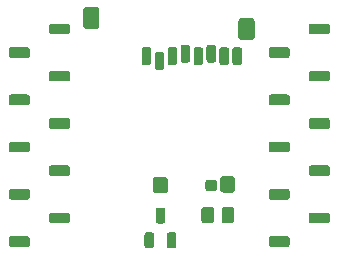
<source format=gtp>
G04 #@! TF.GenerationSoftware,KiCad,Pcbnew,(5.1.5-0-10_14)*
G04 #@! TF.CreationDate,2020-04-11T19:26:15-04:00*
G04 #@! TF.ProjectId,crazyflie-usd-spi3,6372617a-7966-46c6-9965-2d7573642d73,rev?*
G04 #@! TF.SameCoordinates,Original*
G04 #@! TF.FileFunction,Paste,Top*
G04 #@! TF.FilePolarity,Positive*
%FSLAX46Y46*%
G04 Gerber Fmt 4.6, Leading zero omitted, Abs format (unit mm)*
G04 Created by KiCad (PCBNEW (5.1.5-0-10_14)) date 2020-04-11 19:26:15*
%MOMM*%
%LPD*%
G04 APERTURE LIST*
%ADD10C,0.100000*%
G04 APERTURE END LIST*
D10*
G36*
X140897054Y-74551083D02*
G01*
X140918895Y-74554323D01*
X140940314Y-74559688D01*
X140961104Y-74567127D01*
X140981064Y-74576568D01*
X141000003Y-74587919D01*
X141017738Y-74601073D01*
X141034099Y-74615901D01*
X141048927Y-74632262D01*
X141062081Y-74649997D01*
X141073432Y-74668936D01*
X141082873Y-74688896D01*
X141090312Y-74709686D01*
X141095677Y-74731105D01*
X141098917Y-74752946D01*
X141100000Y-74775000D01*
X141100000Y-75225000D01*
X141098917Y-75247054D01*
X141095677Y-75268895D01*
X141090312Y-75290314D01*
X141082873Y-75311104D01*
X141073432Y-75331064D01*
X141062081Y-75350003D01*
X141048927Y-75367738D01*
X141034099Y-75384099D01*
X141017738Y-75398927D01*
X141000003Y-75412081D01*
X140981064Y-75423432D01*
X140961104Y-75432873D01*
X140940314Y-75440312D01*
X140918895Y-75445677D01*
X140897054Y-75448917D01*
X140875000Y-75450000D01*
X139525000Y-75450000D01*
X139502946Y-75448917D01*
X139481105Y-75445677D01*
X139459686Y-75440312D01*
X139438896Y-75432873D01*
X139418936Y-75423432D01*
X139399997Y-75412081D01*
X139382262Y-75398927D01*
X139365901Y-75384099D01*
X139351073Y-75367738D01*
X139337919Y-75350003D01*
X139326568Y-75331064D01*
X139317127Y-75311104D01*
X139309688Y-75290314D01*
X139304323Y-75268895D01*
X139301083Y-75247054D01*
X139300000Y-75225000D01*
X139300000Y-74775000D01*
X139301083Y-74752946D01*
X139304323Y-74731105D01*
X139309688Y-74709686D01*
X139317127Y-74688896D01*
X139326568Y-74668936D01*
X139337919Y-74649997D01*
X139351073Y-74632262D01*
X139365901Y-74615901D01*
X139382262Y-74601073D01*
X139399997Y-74587919D01*
X139418936Y-74576568D01*
X139438896Y-74567127D01*
X139459686Y-74559688D01*
X139481105Y-74554323D01*
X139502946Y-74551083D01*
X139525000Y-74550000D01*
X140875000Y-74550000D01*
X140897054Y-74551083D01*
G37*
G36*
X140897054Y-70551083D02*
G01*
X140918895Y-70554323D01*
X140940314Y-70559688D01*
X140961104Y-70567127D01*
X140981064Y-70576568D01*
X141000003Y-70587919D01*
X141017738Y-70601073D01*
X141034099Y-70615901D01*
X141048927Y-70632262D01*
X141062081Y-70649997D01*
X141073432Y-70668936D01*
X141082873Y-70688896D01*
X141090312Y-70709686D01*
X141095677Y-70731105D01*
X141098917Y-70752946D01*
X141100000Y-70775000D01*
X141100000Y-71225000D01*
X141098917Y-71247054D01*
X141095677Y-71268895D01*
X141090312Y-71290314D01*
X141082873Y-71311104D01*
X141073432Y-71331064D01*
X141062081Y-71350003D01*
X141048927Y-71367738D01*
X141034099Y-71384099D01*
X141017738Y-71398927D01*
X141000003Y-71412081D01*
X140981064Y-71423432D01*
X140961104Y-71432873D01*
X140940314Y-71440312D01*
X140918895Y-71445677D01*
X140897054Y-71448917D01*
X140875000Y-71450000D01*
X139525000Y-71450000D01*
X139502946Y-71448917D01*
X139481105Y-71445677D01*
X139459686Y-71440312D01*
X139438896Y-71432873D01*
X139418936Y-71423432D01*
X139399997Y-71412081D01*
X139382262Y-71398927D01*
X139365901Y-71384099D01*
X139351073Y-71367738D01*
X139337919Y-71350003D01*
X139326568Y-71331064D01*
X139317127Y-71311104D01*
X139309688Y-71290314D01*
X139304323Y-71268895D01*
X139301083Y-71247054D01*
X139300000Y-71225000D01*
X139300000Y-70775000D01*
X139301083Y-70752946D01*
X139304323Y-70731105D01*
X139309688Y-70709686D01*
X139317127Y-70688896D01*
X139326568Y-70668936D01*
X139337919Y-70649997D01*
X139351073Y-70632262D01*
X139365901Y-70615901D01*
X139382262Y-70601073D01*
X139399997Y-70587919D01*
X139418936Y-70576568D01*
X139438896Y-70567127D01*
X139459686Y-70559688D01*
X139481105Y-70554323D01*
X139502946Y-70551083D01*
X139525000Y-70550000D01*
X140875000Y-70550000D01*
X140897054Y-70551083D01*
G37*
G36*
X140897054Y-66551083D02*
G01*
X140918895Y-66554323D01*
X140940314Y-66559688D01*
X140961104Y-66567127D01*
X140981064Y-66576568D01*
X141000003Y-66587919D01*
X141017738Y-66601073D01*
X141034099Y-66615901D01*
X141048927Y-66632262D01*
X141062081Y-66649997D01*
X141073432Y-66668936D01*
X141082873Y-66688896D01*
X141090312Y-66709686D01*
X141095677Y-66731105D01*
X141098917Y-66752946D01*
X141100000Y-66775000D01*
X141100000Y-67225000D01*
X141098917Y-67247054D01*
X141095677Y-67268895D01*
X141090312Y-67290314D01*
X141082873Y-67311104D01*
X141073432Y-67331064D01*
X141062081Y-67350003D01*
X141048927Y-67367738D01*
X141034099Y-67384099D01*
X141017738Y-67398927D01*
X141000003Y-67412081D01*
X140981064Y-67423432D01*
X140961104Y-67432873D01*
X140940314Y-67440312D01*
X140918895Y-67445677D01*
X140897054Y-67448917D01*
X140875000Y-67450000D01*
X139525000Y-67450000D01*
X139502946Y-67448917D01*
X139481105Y-67445677D01*
X139459686Y-67440312D01*
X139438896Y-67432873D01*
X139418936Y-67423432D01*
X139399997Y-67412081D01*
X139382262Y-67398927D01*
X139365901Y-67384099D01*
X139351073Y-67367738D01*
X139337919Y-67350003D01*
X139326568Y-67331064D01*
X139317127Y-67311104D01*
X139309688Y-67290314D01*
X139304323Y-67268895D01*
X139301083Y-67247054D01*
X139300000Y-67225000D01*
X139300000Y-66775000D01*
X139301083Y-66752946D01*
X139304323Y-66731105D01*
X139309688Y-66709686D01*
X139317127Y-66688896D01*
X139326568Y-66668936D01*
X139337919Y-66649997D01*
X139351073Y-66632262D01*
X139365901Y-66615901D01*
X139382262Y-66601073D01*
X139399997Y-66587919D01*
X139418936Y-66576568D01*
X139438896Y-66567127D01*
X139459686Y-66559688D01*
X139481105Y-66554323D01*
X139502946Y-66551083D01*
X139525000Y-66550000D01*
X140875000Y-66550000D01*
X140897054Y-66551083D01*
G37*
G36*
X140897054Y-62551083D02*
G01*
X140918895Y-62554323D01*
X140940314Y-62559688D01*
X140961104Y-62567127D01*
X140981064Y-62576568D01*
X141000003Y-62587919D01*
X141017738Y-62601073D01*
X141034099Y-62615901D01*
X141048927Y-62632262D01*
X141062081Y-62649997D01*
X141073432Y-62668936D01*
X141082873Y-62688896D01*
X141090312Y-62709686D01*
X141095677Y-62731105D01*
X141098917Y-62752946D01*
X141100000Y-62775000D01*
X141100000Y-63225000D01*
X141098917Y-63247054D01*
X141095677Y-63268895D01*
X141090312Y-63290314D01*
X141082873Y-63311104D01*
X141073432Y-63331064D01*
X141062081Y-63350003D01*
X141048927Y-63367738D01*
X141034099Y-63384099D01*
X141017738Y-63398927D01*
X141000003Y-63412081D01*
X140981064Y-63423432D01*
X140961104Y-63432873D01*
X140940314Y-63440312D01*
X140918895Y-63445677D01*
X140897054Y-63448917D01*
X140875000Y-63450000D01*
X139525000Y-63450000D01*
X139502946Y-63448917D01*
X139481105Y-63445677D01*
X139459686Y-63440312D01*
X139438896Y-63432873D01*
X139418936Y-63423432D01*
X139399997Y-63412081D01*
X139382262Y-63398927D01*
X139365901Y-63384099D01*
X139351073Y-63367738D01*
X139337919Y-63350003D01*
X139326568Y-63331064D01*
X139317127Y-63311104D01*
X139309688Y-63290314D01*
X139304323Y-63268895D01*
X139301083Y-63247054D01*
X139300000Y-63225000D01*
X139300000Y-62775000D01*
X139301083Y-62752946D01*
X139304323Y-62731105D01*
X139309688Y-62709686D01*
X139317127Y-62688896D01*
X139326568Y-62668936D01*
X139337919Y-62649997D01*
X139351073Y-62632262D01*
X139365901Y-62615901D01*
X139382262Y-62601073D01*
X139399997Y-62587919D01*
X139418936Y-62576568D01*
X139438896Y-62567127D01*
X139459686Y-62559688D01*
X139481105Y-62554323D01*
X139502946Y-62551083D01*
X139525000Y-62550000D01*
X140875000Y-62550000D01*
X140897054Y-62551083D01*
G37*
G36*
X140897054Y-58551083D02*
G01*
X140918895Y-58554323D01*
X140940314Y-58559688D01*
X140961104Y-58567127D01*
X140981064Y-58576568D01*
X141000003Y-58587919D01*
X141017738Y-58601073D01*
X141034099Y-58615901D01*
X141048927Y-58632262D01*
X141062081Y-58649997D01*
X141073432Y-58668936D01*
X141082873Y-58688896D01*
X141090312Y-58709686D01*
X141095677Y-58731105D01*
X141098917Y-58752946D01*
X141100000Y-58775000D01*
X141100000Y-59225000D01*
X141098917Y-59247054D01*
X141095677Y-59268895D01*
X141090312Y-59290314D01*
X141082873Y-59311104D01*
X141073432Y-59331064D01*
X141062081Y-59350003D01*
X141048927Y-59367738D01*
X141034099Y-59384099D01*
X141017738Y-59398927D01*
X141000003Y-59412081D01*
X140981064Y-59423432D01*
X140961104Y-59432873D01*
X140940314Y-59440312D01*
X140918895Y-59445677D01*
X140897054Y-59448917D01*
X140875000Y-59450000D01*
X139525000Y-59450000D01*
X139502946Y-59448917D01*
X139481105Y-59445677D01*
X139459686Y-59440312D01*
X139438896Y-59432873D01*
X139418936Y-59423432D01*
X139399997Y-59412081D01*
X139382262Y-59398927D01*
X139365901Y-59384099D01*
X139351073Y-59367738D01*
X139337919Y-59350003D01*
X139326568Y-59331064D01*
X139317127Y-59311104D01*
X139309688Y-59290314D01*
X139304323Y-59268895D01*
X139301083Y-59247054D01*
X139300000Y-59225000D01*
X139300000Y-58775000D01*
X139301083Y-58752946D01*
X139304323Y-58731105D01*
X139309688Y-58709686D01*
X139317127Y-58688896D01*
X139326568Y-58668936D01*
X139337919Y-58649997D01*
X139351073Y-58632262D01*
X139365901Y-58615901D01*
X139382262Y-58601073D01*
X139399997Y-58587919D01*
X139418936Y-58576568D01*
X139438896Y-58567127D01*
X139459686Y-58559688D01*
X139481105Y-58554323D01*
X139502946Y-58551083D01*
X139525000Y-58550000D01*
X140875000Y-58550000D01*
X140897054Y-58551083D01*
G37*
G36*
X137497054Y-76551083D02*
G01*
X137518895Y-76554323D01*
X137540314Y-76559688D01*
X137561104Y-76567127D01*
X137581064Y-76576568D01*
X137600003Y-76587919D01*
X137617738Y-76601073D01*
X137634099Y-76615901D01*
X137648927Y-76632262D01*
X137662081Y-76649997D01*
X137673432Y-76668936D01*
X137682873Y-76688896D01*
X137690312Y-76709686D01*
X137695677Y-76731105D01*
X137698917Y-76752946D01*
X137700000Y-76775000D01*
X137700000Y-77225000D01*
X137698917Y-77247054D01*
X137695677Y-77268895D01*
X137690312Y-77290314D01*
X137682873Y-77311104D01*
X137673432Y-77331064D01*
X137662081Y-77350003D01*
X137648927Y-77367738D01*
X137634099Y-77384099D01*
X137617738Y-77398927D01*
X137600003Y-77412081D01*
X137581064Y-77423432D01*
X137561104Y-77432873D01*
X137540314Y-77440312D01*
X137518895Y-77445677D01*
X137497054Y-77448917D01*
X137475000Y-77450000D01*
X136125000Y-77450000D01*
X136102946Y-77448917D01*
X136081105Y-77445677D01*
X136059686Y-77440312D01*
X136038896Y-77432873D01*
X136018936Y-77423432D01*
X135999997Y-77412081D01*
X135982262Y-77398927D01*
X135965901Y-77384099D01*
X135951073Y-77367738D01*
X135937919Y-77350003D01*
X135926568Y-77331064D01*
X135917127Y-77311104D01*
X135909688Y-77290314D01*
X135904323Y-77268895D01*
X135901083Y-77247054D01*
X135900000Y-77225000D01*
X135900000Y-76775000D01*
X135901083Y-76752946D01*
X135904323Y-76731105D01*
X135909688Y-76709686D01*
X135917127Y-76688896D01*
X135926568Y-76668936D01*
X135937919Y-76649997D01*
X135951073Y-76632262D01*
X135965901Y-76615901D01*
X135982262Y-76601073D01*
X135999997Y-76587919D01*
X136018936Y-76576568D01*
X136038896Y-76567127D01*
X136059686Y-76559688D01*
X136081105Y-76554323D01*
X136102946Y-76551083D01*
X136125000Y-76550000D01*
X137475000Y-76550000D01*
X137497054Y-76551083D01*
G37*
G36*
X137497054Y-72551083D02*
G01*
X137518895Y-72554323D01*
X137540314Y-72559688D01*
X137561104Y-72567127D01*
X137581064Y-72576568D01*
X137600003Y-72587919D01*
X137617738Y-72601073D01*
X137634099Y-72615901D01*
X137648927Y-72632262D01*
X137662081Y-72649997D01*
X137673432Y-72668936D01*
X137682873Y-72688896D01*
X137690312Y-72709686D01*
X137695677Y-72731105D01*
X137698917Y-72752946D01*
X137700000Y-72775000D01*
X137700000Y-73225000D01*
X137698917Y-73247054D01*
X137695677Y-73268895D01*
X137690312Y-73290314D01*
X137682873Y-73311104D01*
X137673432Y-73331064D01*
X137662081Y-73350003D01*
X137648927Y-73367738D01*
X137634099Y-73384099D01*
X137617738Y-73398927D01*
X137600003Y-73412081D01*
X137581064Y-73423432D01*
X137561104Y-73432873D01*
X137540314Y-73440312D01*
X137518895Y-73445677D01*
X137497054Y-73448917D01*
X137475000Y-73450000D01*
X136125000Y-73450000D01*
X136102946Y-73448917D01*
X136081105Y-73445677D01*
X136059686Y-73440312D01*
X136038896Y-73432873D01*
X136018936Y-73423432D01*
X135999997Y-73412081D01*
X135982262Y-73398927D01*
X135965901Y-73384099D01*
X135951073Y-73367738D01*
X135937919Y-73350003D01*
X135926568Y-73331064D01*
X135917127Y-73311104D01*
X135909688Y-73290314D01*
X135904323Y-73268895D01*
X135901083Y-73247054D01*
X135900000Y-73225000D01*
X135900000Y-72775000D01*
X135901083Y-72752946D01*
X135904323Y-72731105D01*
X135909688Y-72709686D01*
X135917127Y-72688896D01*
X135926568Y-72668936D01*
X135937919Y-72649997D01*
X135951073Y-72632262D01*
X135965901Y-72615901D01*
X135982262Y-72601073D01*
X135999997Y-72587919D01*
X136018936Y-72576568D01*
X136038896Y-72567127D01*
X136059686Y-72559688D01*
X136081105Y-72554323D01*
X136102946Y-72551083D01*
X136125000Y-72550000D01*
X137475000Y-72550000D01*
X137497054Y-72551083D01*
G37*
G36*
X137497054Y-68551083D02*
G01*
X137518895Y-68554323D01*
X137540314Y-68559688D01*
X137561104Y-68567127D01*
X137581064Y-68576568D01*
X137600003Y-68587919D01*
X137617738Y-68601073D01*
X137634099Y-68615901D01*
X137648927Y-68632262D01*
X137662081Y-68649997D01*
X137673432Y-68668936D01*
X137682873Y-68688896D01*
X137690312Y-68709686D01*
X137695677Y-68731105D01*
X137698917Y-68752946D01*
X137700000Y-68775000D01*
X137700000Y-69225000D01*
X137698917Y-69247054D01*
X137695677Y-69268895D01*
X137690312Y-69290314D01*
X137682873Y-69311104D01*
X137673432Y-69331064D01*
X137662081Y-69350003D01*
X137648927Y-69367738D01*
X137634099Y-69384099D01*
X137617738Y-69398927D01*
X137600003Y-69412081D01*
X137581064Y-69423432D01*
X137561104Y-69432873D01*
X137540314Y-69440312D01*
X137518895Y-69445677D01*
X137497054Y-69448917D01*
X137475000Y-69450000D01*
X136125000Y-69450000D01*
X136102946Y-69448917D01*
X136081105Y-69445677D01*
X136059686Y-69440312D01*
X136038896Y-69432873D01*
X136018936Y-69423432D01*
X135999997Y-69412081D01*
X135982262Y-69398927D01*
X135965901Y-69384099D01*
X135951073Y-69367738D01*
X135937919Y-69350003D01*
X135926568Y-69331064D01*
X135917127Y-69311104D01*
X135909688Y-69290314D01*
X135904323Y-69268895D01*
X135901083Y-69247054D01*
X135900000Y-69225000D01*
X135900000Y-68775000D01*
X135901083Y-68752946D01*
X135904323Y-68731105D01*
X135909688Y-68709686D01*
X135917127Y-68688896D01*
X135926568Y-68668936D01*
X135937919Y-68649997D01*
X135951073Y-68632262D01*
X135965901Y-68615901D01*
X135982262Y-68601073D01*
X135999997Y-68587919D01*
X136018936Y-68576568D01*
X136038896Y-68567127D01*
X136059686Y-68559688D01*
X136081105Y-68554323D01*
X136102946Y-68551083D01*
X136125000Y-68550000D01*
X137475000Y-68550000D01*
X137497054Y-68551083D01*
G37*
G36*
X137497054Y-64551083D02*
G01*
X137518895Y-64554323D01*
X137540314Y-64559688D01*
X137561104Y-64567127D01*
X137581064Y-64576568D01*
X137600003Y-64587919D01*
X137617738Y-64601073D01*
X137634099Y-64615901D01*
X137648927Y-64632262D01*
X137662081Y-64649997D01*
X137673432Y-64668936D01*
X137682873Y-64688896D01*
X137690312Y-64709686D01*
X137695677Y-64731105D01*
X137698917Y-64752946D01*
X137700000Y-64775000D01*
X137700000Y-65225000D01*
X137698917Y-65247054D01*
X137695677Y-65268895D01*
X137690312Y-65290314D01*
X137682873Y-65311104D01*
X137673432Y-65331064D01*
X137662081Y-65350003D01*
X137648927Y-65367738D01*
X137634099Y-65384099D01*
X137617738Y-65398927D01*
X137600003Y-65412081D01*
X137581064Y-65423432D01*
X137561104Y-65432873D01*
X137540314Y-65440312D01*
X137518895Y-65445677D01*
X137497054Y-65448917D01*
X137475000Y-65450000D01*
X136125000Y-65450000D01*
X136102946Y-65448917D01*
X136081105Y-65445677D01*
X136059686Y-65440312D01*
X136038896Y-65432873D01*
X136018936Y-65423432D01*
X135999997Y-65412081D01*
X135982262Y-65398927D01*
X135965901Y-65384099D01*
X135951073Y-65367738D01*
X135937919Y-65350003D01*
X135926568Y-65331064D01*
X135917127Y-65311104D01*
X135909688Y-65290314D01*
X135904323Y-65268895D01*
X135901083Y-65247054D01*
X135900000Y-65225000D01*
X135900000Y-64775000D01*
X135901083Y-64752946D01*
X135904323Y-64731105D01*
X135909688Y-64709686D01*
X135917127Y-64688896D01*
X135926568Y-64668936D01*
X135937919Y-64649997D01*
X135951073Y-64632262D01*
X135965901Y-64615901D01*
X135982262Y-64601073D01*
X135999997Y-64587919D01*
X136018936Y-64576568D01*
X136038896Y-64567127D01*
X136059686Y-64559688D01*
X136081105Y-64554323D01*
X136102946Y-64551083D01*
X136125000Y-64550000D01*
X137475000Y-64550000D01*
X137497054Y-64551083D01*
G37*
G36*
X137497054Y-60551083D02*
G01*
X137518895Y-60554323D01*
X137540314Y-60559688D01*
X137561104Y-60567127D01*
X137581064Y-60576568D01*
X137600003Y-60587919D01*
X137617738Y-60601073D01*
X137634099Y-60615901D01*
X137648927Y-60632262D01*
X137662081Y-60649997D01*
X137673432Y-60668936D01*
X137682873Y-60688896D01*
X137690312Y-60709686D01*
X137695677Y-60731105D01*
X137698917Y-60752946D01*
X137700000Y-60775000D01*
X137700000Y-61225000D01*
X137698917Y-61247054D01*
X137695677Y-61268895D01*
X137690312Y-61290314D01*
X137682873Y-61311104D01*
X137673432Y-61331064D01*
X137662081Y-61350003D01*
X137648927Y-61367738D01*
X137634099Y-61384099D01*
X137617738Y-61398927D01*
X137600003Y-61412081D01*
X137581064Y-61423432D01*
X137561104Y-61432873D01*
X137540314Y-61440312D01*
X137518895Y-61445677D01*
X137497054Y-61448917D01*
X137475000Y-61450000D01*
X136125000Y-61450000D01*
X136102946Y-61448917D01*
X136081105Y-61445677D01*
X136059686Y-61440312D01*
X136038896Y-61432873D01*
X136018936Y-61423432D01*
X135999997Y-61412081D01*
X135982262Y-61398927D01*
X135965901Y-61384099D01*
X135951073Y-61367738D01*
X135937919Y-61350003D01*
X135926568Y-61331064D01*
X135917127Y-61311104D01*
X135909688Y-61290314D01*
X135904323Y-61268895D01*
X135901083Y-61247054D01*
X135900000Y-61225000D01*
X135900000Y-60775000D01*
X135901083Y-60752946D01*
X135904323Y-60731105D01*
X135909688Y-60709686D01*
X135917127Y-60688896D01*
X135926568Y-60668936D01*
X135937919Y-60649997D01*
X135951073Y-60632262D01*
X135965901Y-60615901D01*
X135982262Y-60601073D01*
X135999997Y-60587919D01*
X136018936Y-60576568D01*
X136038896Y-60567127D01*
X136059686Y-60559688D01*
X136081105Y-60554323D01*
X136102946Y-60551083D01*
X136125000Y-60550000D01*
X137475000Y-60550000D01*
X137497054Y-60551083D01*
G37*
G36*
X162897054Y-74551083D02*
G01*
X162918895Y-74554323D01*
X162940314Y-74559688D01*
X162961104Y-74567127D01*
X162981064Y-74576568D01*
X163000003Y-74587919D01*
X163017738Y-74601073D01*
X163034099Y-74615901D01*
X163048927Y-74632262D01*
X163062081Y-74649997D01*
X163073432Y-74668936D01*
X163082873Y-74688896D01*
X163090312Y-74709686D01*
X163095677Y-74731105D01*
X163098917Y-74752946D01*
X163100000Y-74775000D01*
X163100000Y-75225000D01*
X163098917Y-75247054D01*
X163095677Y-75268895D01*
X163090312Y-75290314D01*
X163082873Y-75311104D01*
X163073432Y-75331064D01*
X163062081Y-75350003D01*
X163048927Y-75367738D01*
X163034099Y-75384099D01*
X163017738Y-75398927D01*
X163000003Y-75412081D01*
X162981064Y-75423432D01*
X162961104Y-75432873D01*
X162940314Y-75440312D01*
X162918895Y-75445677D01*
X162897054Y-75448917D01*
X162875000Y-75450000D01*
X161525000Y-75450000D01*
X161502946Y-75448917D01*
X161481105Y-75445677D01*
X161459686Y-75440312D01*
X161438896Y-75432873D01*
X161418936Y-75423432D01*
X161399997Y-75412081D01*
X161382262Y-75398927D01*
X161365901Y-75384099D01*
X161351073Y-75367738D01*
X161337919Y-75350003D01*
X161326568Y-75331064D01*
X161317127Y-75311104D01*
X161309688Y-75290314D01*
X161304323Y-75268895D01*
X161301083Y-75247054D01*
X161300000Y-75225000D01*
X161300000Y-74775000D01*
X161301083Y-74752946D01*
X161304323Y-74731105D01*
X161309688Y-74709686D01*
X161317127Y-74688896D01*
X161326568Y-74668936D01*
X161337919Y-74649997D01*
X161351073Y-74632262D01*
X161365901Y-74615901D01*
X161382262Y-74601073D01*
X161399997Y-74587919D01*
X161418936Y-74576568D01*
X161438896Y-74567127D01*
X161459686Y-74559688D01*
X161481105Y-74554323D01*
X161502946Y-74551083D01*
X161525000Y-74550000D01*
X162875000Y-74550000D01*
X162897054Y-74551083D01*
G37*
G36*
X162897054Y-70551083D02*
G01*
X162918895Y-70554323D01*
X162940314Y-70559688D01*
X162961104Y-70567127D01*
X162981064Y-70576568D01*
X163000003Y-70587919D01*
X163017738Y-70601073D01*
X163034099Y-70615901D01*
X163048927Y-70632262D01*
X163062081Y-70649997D01*
X163073432Y-70668936D01*
X163082873Y-70688896D01*
X163090312Y-70709686D01*
X163095677Y-70731105D01*
X163098917Y-70752946D01*
X163100000Y-70775000D01*
X163100000Y-71225000D01*
X163098917Y-71247054D01*
X163095677Y-71268895D01*
X163090312Y-71290314D01*
X163082873Y-71311104D01*
X163073432Y-71331064D01*
X163062081Y-71350003D01*
X163048927Y-71367738D01*
X163034099Y-71384099D01*
X163017738Y-71398927D01*
X163000003Y-71412081D01*
X162981064Y-71423432D01*
X162961104Y-71432873D01*
X162940314Y-71440312D01*
X162918895Y-71445677D01*
X162897054Y-71448917D01*
X162875000Y-71450000D01*
X161525000Y-71450000D01*
X161502946Y-71448917D01*
X161481105Y-71445677D01*
X161459686Y-71440312D01*
X161438896Y-71432873D01*
X161418936Y-71423432D01*
X161399997Y-71412081D01*
X161382262Y-71398927D01*
X161365901Y-71384099D01*
X161351073Y-71367738D01*
X161337919Y-71350003D01*
X161326568Y-71331064D01*
X161317127Y-71311104D01*
X161309688Y-71290314D01*
X161304323Y-71268895D01*
X161301083Y-71247054D01*
X161300000Y-71225000D01*
X161300000Y-70775000D01*
X161301083Y-70752946D01*
X161304323Y-70731105D01*
X161309688Y-70709686D01*
X161317127Y-70688896D01*
X161326568Y-70668936D01*
X161337919Y-70649997D01*
X161351073Y-70632262D01*
X161365901Y-70615901D01*
X161382262Y-70601073D01*
X161399997Y-70587919D01*
X161418936Y-70576568D01*
X161438896Y-70567127D01*
X161459686Y-70559688D01*
X161481105Y-70554323D01*
X161502946Y-70551083D01*
X161525000Y-70550000D01*
X162875000Y-70550000D01*
X162897054Y-70551083D01*
G37*
G36*
X162897054Y-66551083D02*
G01*
X162918895Y-66554323D01*
X162940314Y-66559688D01*
X162961104Y-66567127D01*
X162981064Y-66576568D01*
X163000003Y-66587919D01*
X163017738Y-66601073D01*
X163034099Y-66615901D01*
X163048927Y-66632262D01*
X163062081Y-66649997D01*
X163073432Y-66668936D01*
X163082873Y-66688896D01*
X163090312Y-66709686D01*
X163095677Y-66731105D01*
X163098917Y-66752946D01*
X163100000Y-66775000D01*
X163100000Y-67225000D01*
X163098917Y-67247054D01*
X163095677Y-67268895D01*
X163090312Y-67290314D01*
X163082873Y-67311104D01*
X163073432Y-67331064D01*
X163062081Y-67350003D01*
X163048927Y-67367738D01*
X163034099Y-67384099D01*
X163017738Y-67398927D01*
X163000003Y-67412081D01*
X162981064Y-67423432D01*
X162961104Y-67432873D01*
X162940314Y-67440312D01*
X162918895Y-67445677D01*
X162897054Y-67448917D01*
X162875000Y-67450000D01*
X161525000Y-67450000D01*
X161502946Y-67448917D01*
X161481105Y-67445677D01*
X161459686Y-67440312D01*
X161438896Y-67432873D01*
X161418936Y-67423432D01*
X161399997Y-67412081D01*
X161382262Y-67398927D01*
X161365901Y-67384099D01*
X161351073Y-67367738D01*
X161337919Y-67350003D01*
X161326568Y-67331064D01*
X161317127Y-67311104D01*
X161309688Y-67290314D01*
X161304323Y-67268895D01*
X161301083Y-67247054D01*
X161300000Y-67225000D01*
X161300000Y-66775000D01*
X161301083Y-66752946D01*
X161304323Y-66731105D01*
X161309688Y-66709686D01*
X161317127Y-66688896D01*
X161326568Y-66668936D01*
X161337919Y-66649997D01*
X161351073Y-66632262D01*
X161365901Y-66615901D01*
X161382262Y-66601073D01*
X161399997Y-66587919D01*
X161418936Y-66576568D01*
X161438896Y-66567127D01*
X161459686Y-66559688D01*
X161481105Y-66554323D01*
X161502946Y-66551083D01*
X161525000Y-66550000D01*
X162875000Y-66550000D01*
X162897054Y-66551083D01*
G37*
G36*
X162897054Y-62551083D02*
G01*
X162918895Y-62554323D01*
X162940314Y-62559688D01*
X162961104Y-62567127D01*
X162981064Y-62576568D01*
X163000003Y-62587919D01*
X163017738Y-62601073D01*
X163034099Y-62615901D01*
X163048927Y-62632262D01*
X163062081Y-62649997D01*
X163073432Y-62668936D01*
X163082873Y-62688896D01*
X163090312Y-62709686D01*
X163095677Y-62731105D01*
X163098917Y-62752946D01*
X163100000Y-62775000D01*
X163100000Y-63225000D01*
X163098917Y-63247054D01*
X163095677Y-63268895D01*
X163090312Y-63290314D01*
X163082873Y-63311104D01*
X163073432Y-63331064D01*
X163062081Y-63350003D01*
X163048927Y-63367738D01*
X163034099Y-63384099D01*
X163017738Y-63398927D01*
X163000003Y-63412081D01*
X162981064Y-63423432D01*
X162961104Y-63432873D01*
X162940314Y-63440312D01*
X162918895Y-63445677D01*
X162897054Y-63448917D01*
X162875000Y-63450000D01*
X161525000Y-63450000D01*
X161502946Y-63448917D01*
X161481105Y-63445677D01*
X161459686Y-63440312D01*
X161438896Y-63432873D01*
X161418936Y-63423432D01*
X161399997Y-63412081D01*
X161382262Y-63398927D01*
X161365901Y-63384099D01*
X161351073Y-63367738D01*
X161337919Y-63350003D01*
X161326568Y-63331064D01*
X161317127Y-63311104D01*
X161309688Y-63290314D01*
X161304323Y-63268895D01*
X161301083Y-63247054D01*
X161300000Y-63225000D01*
X161300000Y-62775000D01*
X161301083Y-62752946D01*
X161304323Y-62731105D01*
X161309688Y-62709686D01*
X161317127Y-62688896D01*
X161326568Y-62668936D01*
X161337919Y-62649997D01*
X161351073Y-62632262D01*
X161365901Y-62615901D01*
X161382262Y-62601073D01*
X161399997Y-62587919D01*
X161418936Y-62576568D01*
X161438896Y-62567127D01*
X161459686Y-62559688D01*
X161481105Y-62554323D01*
X161502946Y-62551083D01*
X161525000Y-62550000D01*
X162875000Y-62550000D01*
X162897054Y-62551083D01*
G37*
G36*
X162897054Y-58551083D02*
G01*
X162918895Y-58554323D01*
X162940314Y-58559688D01*
X162961104Y-58567127D01*
X162981064Y-58576568D01*
X163000003Y-58587919D01*
X163017738Y-58601073D01*
X163034099Y-58615901D01*
X163048927Y-58632262D01*
X163062081Y-58649997D01*
X163073432Y-58668936D01*
X163082873Y-58688896D01*
X163090312Y-58709686D01*
X163095677Y-58731105D01*
X163098917Y-58752946D01*
X163100000Y-58775000D01*
X163100000Y-59225000D01*
X163098917Y-59247054D01*
X163095677Y-59268895D01*
X163090312Y-59290314D01*
X163082873Y-59311104D01*
X163073432Y-59331064D01*
X163062081Y-59350003D01*
X163048927Y-59367738D01*
X163034099Y-59384099D01*
X163017738Y-59398927D01*
X163000003Y-59412081D01*
X162981064Y-59423432D01*
X162961104Y-59432873D01*
X162940314Y-59440312D01*
X162918895Y-59445677D01*
X162897054Y-59448917D01*
X162875000Y-59450000D01*
X161525000Y-59450000D01*
X161502946Y-59448917D01*
X161481105Y-59445677D01*
X161459686Y-59440312D01*
X161438896Y-59432873D01*
X161418936Y-59423432D01*
X161399997Y-59412081D01*
X161382262Y-59398927D01*
X161365901Y-59384099D01*
X161351073Y-59367738D01*
X161337919Y-59350003D01*
X161326568Y-59331064D01*
X161317127Y-59311104D01*
X161309688Y-59290314D01*
X161304323Y-59268895D01*
X161301083Y-59247054D01*
X161300000Y-59225000D01*
X161300000Y-58775000D01*
X161301083Y-58752946D01*
X161304323Y-58731105D01*
X161309688Y-58709686D01*
X161317127Y-58688896D01*
X161326568Y-58668936D01*
X161337919Y-58649997D01*
X161351073Y-58632262D01*
X161365901Y-58615901D01*
X161382262Y-58601073D01*
X161399997Y-58587919D01*
X161418936Y-58576568D01*
X161438896Y-58567127D01*
X161459686Y-58559688D01*
X161481105Y-58554323D01*
X161502946Y-58551083D01*
X161525000Y-58550000D01*
X162875000Y-58550000D01*
X162897054Y-58551083D01*
G37*
G36*
X159497054Y-76551083D02*
G01*
X159518895Y-76554323D01*
X159540314Y-76559688D01*
X159561104Y-76567127D01*
X159581064Y-76576568D01*
X159600003Y-76587919D01*
X159617738Y-76601073D01*
X159634099Y-76615901D01*
X159648927Y-76632262D01*
X159662081Y-76649997D01*
X159673432Y-76668936D01*
X159682873Y-76688896D01*
X159690312Y-76709686D01*
X159695677Y-76731105D01*
X159698917Y-76752946D01*
X159700000Y-76775000D01*
X159700000Y-77225000D01*
X159698917Y-77247054D01*
X159695677Y-77268895D01*
X159690312Y-77290314D01*
X159682873Y-77311104D01*
X159673432Y-77331064D01*
X159662081Y-77350003D01*
X159648927Y-77367738D01*
X159634099Y-77384099D01*
X159617738Y-77398927D01*
X159600003Y-77412081D01*
X159581064Y-77423432D01*
X159561104Y-77432873D01*
X159540314Y-77440312D01*
X159518895Y-77445677D01*
X159497054Y-77448917D01*
X159475000Y-77450000D01*
X158125000Y-77450000D01*
X158102946Y-77448917D01*
X158081105Y-77445677D01*
X158059686Y-77440312D01*
X158038896Y-77432873D01*
X158018936Y-77423432D01*
X157999997Y-77412081D01*
X157982262Y-77398927D01*
X157965901Y-77384099D01*
X157951073Y-77367738D01*
X157937919Y-77350003D01*
X157926568Y-77331064D01*
X157917127Y-77311104D01*
X157909688Y-77290314D01*
X157904323Y-77268895D01*
X157901083Y-77247054D01*
X157900000Y-77225000D01*
X157900000Y-76775000D01*
X157901083Y-76752946D01*
X157904323Y-76731105D01*
X157909688Y-76709686D01*
X157917127Y-76688896D01*
X157926568Y-76668936D01*
X157937919Y-76649997D01*
X157951073Y-76632262D01*
X157965901Y-76615901D01*
X157982262Y-76601073D01*
X157999997Y-76587919D01*
X158018936Y-76576568D01*
X158038896Y-76567127D01*
X158059686Y-76559688D01*
X158081105Y-76554323D01*
X158102946Y-76551083D01*
X158125000Y-76550000D01*
X159475000Y-76550000D01*
X159497054Y-76551083D01*
G37*
G36*
X159497054Y-72551083D02*
G01*
X159518895Y-72554323D01*
X159540314Y-72559688D01*
X159561104Y-72567127D01*
X159581064Y-72576568D01*
X159600003Y-72587919D01*
X159617738Y-72601073D01*
X159634099Y-72615901D01*
X159648927Y-72632262D01*
X159662081Y-72649997D01*
X159673432Y-72668936D01*
X159682873Y-72688896D01*
X159690312Y-72709686D01*
X159695677Y-72731105D01*
X159698917Y-72752946D01*
X159700000Y-72775000D01*
X159700000Y-73225000D01*
X159698917Y-73247054D01*
X159695677Y-73268895D01*
X159690312Y-73290314D01*
X159682873Y-73311104D01*
X159673432Y-73331064D01*
X159662081Y-73350003D01*
X159648927Y-73367738D01*
X159634099Y-73384099D01*
X159617738Y-73398927D01*
X159600003Y-73412081D01*
X159581064Y-73423432D01*
X159561104Y-73432873D01*
X159540314Y-73440312D01*
X159518895Y-73445677D01*
X159497054Y-73448917D01*
X159475000Y-73450000D01*
X158125000Y-73450000D01*
X158102946Y-73448917D01*
X158081105Y-73445677D01*
X158059686Y-73440312D01*
X158038896Y-73432873D01*
X158018936Y-73423432D01*
X157999997Y-73412081D01*
X157982262Y-73398927D01*
X157965901Y-73384099D01*
X157951073Y-73367738D01*
X157937919Y-73350003D01*
X157926568Y-73331064D01*
X157917127Y-73311104D01*
X157909688Y-73290314D01*
X157904323Y-73268895D01*
X157901083Y-73247054D01*
X157900000Y-73225000D01*
X157900000Y-72775000D01*
X157901083Y-72752946D01*
X157904323Y-72731105D01*
X157909688Y-72709686D01*
X157917127Y-72688896D01*
X157926568Y-72668936D01*
X157937919Y-72649997D01*
X157951073Y-72632262D01*
X157965901Y-72615901D01*
X157982262Y-72601073D01*
X157999997Y-72587919D01*
X158018936Y-72576568D01*
X158038896Y-72567127D01*
X158059686Y-72559688D01*
X158081105Y-72554323D01*
X158102946Y-72551083D01*
X158125000Y-72550000D01*
X159475000Y-72550000D01*
X159497054Y-72551083D01*
G37*
G36*
X159497054Y-68551083D02*
G01*
X159518895Y-68554323D01*
X159540314Y-68559688D01*
X159561104Y-68567127D01*
X159581064Y-68576568D01*
X159600003Y-68587919D01*
X159617738Y-68601073D01*
X159634099Y-68615901D01*
X159648927Y-68632262D01*
X159662081Y-68649997D01*
X159673432Y-68668936D01*
X159682873Y-68688896D01*
X159690312Y-68709686D01*
X159695677Y-68731105D01*
X159698917Y-68752946D01*
X159700000Y-68775000D01*
X159700000Y-69225000D01*
X159698917Y-69247054D01*
X159695677Y-69268895D01*
X159690312Y-69290314D01*
X159682873Y-69311104D01*
X159673432Y-69331064D01*
X159662081Y-69350003D01*
X159648927Y-69367738D01*
X159634099Y-69384099D01*
X159617738Y-69398927D01*
X159600003Y-69412081D01*
X159581064Y-69423432D01*
X159561104Y-69432873D01*
X159540314Y-69440312D01*
X159518895Y-69445677D01*
X159497054Y-69448917D01*
X159475000Y-69450000D01*
X158125000Y-69450000D01*
X158102946Y-69448917D01*
X158081105Y-69445677D01*
X158059686Y-69440312D01*
X158038896Y-69432873D01*
X158018936Y-69423432D01*
X157999997Y-69412081D01*
X157982262Y-69398927D01*
X157965901Y-69384099D01*
X157951073Y-69367738D01*
X157937919Y-69350003D01*
X157926568Y-69331064D01*
X157917127Y-69311104D01*
X157909688Y-69290314D01*
X157904323Y-69268895D01*
X157901083Y-69247054D01*
X157900000Y-69225000D01*
X157900000Y-68775000D01*
X157901083Y-68752946D01*
X157904323Y-68731105D01*
X157909688Y-68709686D01*
X157917127Y-68688896D01*
X157926568Y-68668936D01*
X157937919Y-68649997D01*
X157951073Y-68632262D01*
X157965901Y-68615901D01*
X157982262Y-68601073D01*
X157999997Y-68587919D01*
X158018936Y-68576568D01*
X158038896Y-68567127D01*
X158059686Y-68559688D01*
X158081105Y-68554323D01*
X158102946Y-68551083D01*
X158125000Y-68550000D01*
X159475000Y-68550000D01*
X159497054Y-68551083D01*
G37*
G36*
X159497054Y-64551083D02*
G01*
X159518895Y-64554323D01*
X159540314Y-64559688D01*
X159561104Y-64567127D01*
X159581064Y-64576568D01*
X159600003Y-64587919D01*
X159617738Y-64601073D01*
X159634099Y-64615901D01*
X159648927Y-64632262D01*
X159662081Y-64649997D01*
X159673432Y-64668936D01*
X159682873Y-64688896D01*
X159690312Y-64709686D01*
X159695677Y-64731105D01*
X159698917Y-64752946D01*
X159700000Y-64775000D01*
X159700000Y-65225000D01*
X159698917Y-65247054D01*
X159695677Y-65268895D01*
X159690312Y-65290314D01*
X159682873Y-65311104D01*
X159673432Y-65331064D01*
X159662081Y-65350003D01*
X159648927Y-65367738D01*
X159634099Y-65384099D01*
X159617738Y-65398927D01*
X159600003Y-65412081D01*
X159581064Y-65423432D01*
X159561104Y-65432873D01*
X159540314Y-65440312D01*
X159518895Y-65445677D01*
X159497054Y-65448917D01*
X159475000Y-65450000D01*
X158125000Y-65450000D01*
X158102946Y-65448917D01*
X158081105Y-65445677D01*
X158059686Y-65440312D01*
X158038896Y-65432873D01*
X158018936Y-65423432D01*
X157999997Y-65412081D01*
X157982262Y-65398927D01*
X157965901Y-65384099D01*
X157951073Y-65367738D01*
X157937919Y-65350003D01*
X157926568Y-65331064D01*
X157917127Y-65311104D01*
X157909688Y-65290314D01*
X157904323Y-65268895D01*
X157901083Y-65247054D01*
X157900000Y-65225000D01*
X157900000Y-64775000D01*
X157901083Y-64752946D01*
X157904323Y-64731105D01*
X157909688Y-64709686D01*
X157917127Y-64688896D01*
X157926568Y-64668936D01*
X157937919Y-64649997D01*
X157951073Y-64632262D01*
X157965901Y-64615901D01*
X157982262Y-64601073D01*
X157999997Y-64587919D01*
X158018936Y-64576568D01*
X158038896Y-64567127D01*
X158059686Y-64559688D01*
X158081105Y-64554323D01*
X158102946Y-64551083D01*
X158125000Y-64550000D01*
X159475000Y-64550000D01*
X159497054Y-64551083D01*
G37*
G36*
X159497054Y-60551083D02*
G01*
X159518895Y-60554323D01*
X159540314Y-60559688D01*
X159561104Y-60567127D01*
X159581064Y-60576568D01*
X159600003Y-60587919D01*
X159617738Y-60601073D01*
X159634099Y-60615901D01*
X159648927Y-60632262D01*
X159662081Y-60649997D01*
X159673432Y-60668936D01*
X159682873Y-60688896D01*
X159690312Y-60709686D01*
X159695677Y-60731105D01*
X159698917Y-60752946D01*
X159700000Y-60775000D01*
X159700000Y-61225000D01*
X159698917Y-61247054D01*
X159695677Y-61268895D01*
X159690312Y-61290314D01*
X159682873Y-61311104D01*
X159673432Y-61331064D01*
X159662081Y-61350003D01*
X159648927Y-61367738D01*
X159634099Y-61384099D01*
X159617738Y-61398927D01*
X159600003Y-61412081D01*
X159581064Y-61423432D01*
X159561104Y-61432873D01*
X159540314Y-61440312D01*
X159518895Y-61445677D01*
X159497054Y-61448917D01*
X159475000Y-61450000D01*
X158125000Y-61450000D01*
X158102946Y-61448917D01*
X158081105Y-61445677D01*
X158059686Y-61440312D01*
X158038896Y-61432873D01*
X158018936Y-61423432D01*
X157999997Y-61412081D01*
X157982262Y-61398927D01*
X157965901Y-61384099D01*
X157951073Y-61367738D01*
X157937919Y-61350003D01*
X157926568Y-61331064D01*
X157917127Y-61311104D01*
X157909688Y-61290314D01*
X157904323Y-61268895D01*
X157901083Y-61247054D01*
X157900000Y-61225000D01*
X157900000Y-60775000D01*
X157901083Y-60752946D01*
X157904323Y-60731105D01*
X157909688Y-60709686D01*
X157917127Y-60688896D01*
X157926568Y-60668936D01*
X157937919Y-60649997D01*
X157951073Y-60632262D01*
X157965901Y-60615901D01*
X157982262Y-60601073D01*
X157999997Y-60587919D01*
X158018936Y-60576568D01*
X158038896Y-60567127D01*
X158059686Y-60559688D01*
X158081105Y-60554323D01*
X158102946Y-60551083D01*
X158125000Y-60550000D01*
X159475000Y-60550000D01*
X159497054Y-60551083D01*
G37*
G36*
X155469603Y-60550963D02*
G01*
X155489018Y-60553843D01*
X155508057Y-60558612D01*
X155526537Y-60565224D01*
X155544279Y-60573616D01*
X155561114Y-60583706D01*
X155576879Y-60595398D01*
X155591421Y-60608579D01*
X155604602Y-60623121D01*
X155616294Y-60638886D01*
X155626384Y-60655721D01*
X155634776Y-60673463D01*
X155641388Y-60691943D01*
X155646157Y-60710982D01*
X155649037Y-60730397D01*
X155650000Y-60750000D01*
X155650000Y-61850000D01*
X155649037Y-61869603D01*
X155646157Y-61889018D01*
X155641388Y-61908057D01*
X155634776Y-61926537D01*
X155626384Y-61944279D01*
X155616294Y-61961114D01*
X155604602Y-61976879D01*
X155591421Y-61991421D01*
X155576879Y-62004602D01*
X155561114Y-62016294D01*
X155544279Y-62026384D01*
X155526537Y-62034776D01*
X155508057Y-62041388D01*
X155489018Y-62046157D01*
X155469603Y-62049037D01*
X155450000Y-62050000D01*
X155050000Y-62050000D01*
X155030397Y-62049037D01*
X155010982Y-62046157D01*
X154991943Y-62041388D01*
X154973463Y-62034776D01*
X154955721Y-62026384D01*
X154938886Y-62016294D01*
X154923121Y-62004602D01*
X154908579Y-61991421D01*
X154895398Y-61976879D01*
X154883706Y-61961114D01*
X154873616Y-61944279D01*
X154865224Y-61926537D01*
X154858612Y-61908057D01*
X154853843Y-61889018D01*
X154850963Y-61869603D01*
X154850000Y-61850000D01*
X154850000Y-60750000D01*
X154850963Y-60730397D01*
X154853843Y-60710982D01*
X154858612Y-60691943D01*
X154865224Y-60673463D01*
X154873616Y-60655721D01*
X154883706Y-60638886D01*
X154895398Y-60623121D01*
X154908579Y-60608579D01*
X154923121Y-60595398D01*
X154938886Y-60583706D01*
X154955721Y-60573616D01*
X154973463Y-60565224D01*
X154991943Y-60558612D01*
X155010982Y-60553843D01*
X155030397Y-60550963D01*
X155050000Y-60550000D01*
X155450000Y-60550000D01*
X155469603Y-60550963D01*
G37*
G36*
X154369603Y-60550963D02*
G01*
X154389018Y-60553843D01*
X154408057Y-60558612D01*
X154426537Y-60565224D01*
X154444279Y-60573616D01*
X154461114Y-60583706D01*
X154476879Y-60595398D01*
X154491421Y-60608579D01*
X154504602Y-60623121D01*
X154516294Y-60638886D01*
X154526384Y-60655721D01*
X154534776Y-60673463D01*
X154541388Y-60691943D01*
X154546157Y-60710982D01*
X154549037Y-60730397D01*
X154550000Y-60750000D01*
X154550000Y-61850000D01*
X154549037Y-61869603D01*
X154546157Y-61889018D01*
X154541388Y-61908057D01*
X154534776Y-61926537D01*
X154526384Y-61944279D01*
X154516294Y-61961114D01*
X154504602Y-61976879D01*
X154491421Y-61991421D01*
X154476879Y-62004602D01*
X154461114Y-62016294D01*
X154444279Y-62026384D01*
X154426537Y-62034776D01*
X154408057Y-62041388D01*
X154389018Y-62046157D01*
X154369603Y-62049037D01*
X154350000Y-62050000D01*
X153950000Y-62050000D01*
X153930397Y-62049037D01*
X153910982Y-62046157D01*
X153891943Y-62041388D01*
X153873463Y-62034776D01*
X153855721Y-62026384D01*
X153838886Y-62016294D01*
X153823121Y-62004602D01*
X153808579Y-61991421D01*
X153795398Y-61976879D01*
X153783706Y-61961114D01*
X153773616Y-61944279D01*
X153765224Y-61926537D01*
X153758612Y-61908057D01*
X153753843Y-61889018D01*
X153750963Y-61869603D01*
X153750000Y-61850000D01*
X153750000Y-60750000D01*
X153750963Y-60730397D01*
X153753843Y-60710982D01*
X153758612Y-60691943D01*
X153765224Y-60673463D01*
X153773616Y-60655721D01*
X153783706Y-60638886D01*
X153795398Y-60623121D01*
X153808579Y-60608579D01*
X153823121Y-60595398D01*
X153838886Y-60583706D01*
X153855721Y-60573616D01*
X153873463Y-60565224D01*
X153891943Y-60558612D01*
X153910982Y-60553843D01*
X153930397Y-60550963D01*
X153950000Y-60550000D01*
X154350000Y-60550000D01*
X154369603Y-60550963D01*
G37*
G36*
X153269603Y-60350963D02*
G01*
X153289018Y-60353843D01*
X153308057Y-60358612D01*
X153326537Y-60365224D01*
X153344279Y-60373616D01*
X153361114Y-60383706D01*
X153376879Y-60395398D01*
X153391421Y-60408579D01*
X153404602Y-60423121D01*
X153416294Y-60438886D01*
X153426384Y-60455721D01*
X153434776Y-60473463D01*
X153441388Y-60491943D01*
X153446157Y-60510982D01*
X153449037Y-60530397D01*
X153450000Y-60550000D01*
X153450000Y-61650000D01*
X153449037Y-61669603D01*
X153446157Y-61689018D01*
X153441388Y-61708057D01*
X153434776Y-61726537D01*
X153426384Y-61744279D01*
X153416294Y-61761114D01*
X153404602Y-61776879D01*
X153391421Y-61791421D01*
X153376879Y-61804602D01*
X153361114Y-61816294D01*
X153344279Y-61826384D01*
X153326537Y-61834776D01*
X153308057Y-61841388D01*
X153289018Y-61846157D01*
X153269603Y-61849037D01*
X153250000Y-61850000D01*
X152850000Y-61850000D01*
X152830397Y-61849037D01*
X152810982Y-61846157D01*
X152791943Y-61841388D01*
X152773463Y-61834776D01*
X152755721Y-61826384D01*
X152738886Y-61816294D01*
X152723121Y-61804602D01*
X152708579Y-61791421D01*
X152695398Y-61776879D01*
X152683706Y-61761114D01*
X152673616Y-61744279D01*
X152665224Y-61726537D01*
X152658612Y-61708057D01*
X152653843Y-61689018D01*
X152650963Y-61669603D01*
X152650000Y-61650000D01*
X152650000Y-60550000D01*
X152650963Y-60530397D01*
X152653843Y-60510982D01*
X152658612Y-60491943D01*
X152665224Y-60473463D01*
X152673616Y-60455721D01*
X152683706Y-60438886D01*
X152695398Y-60423121D01*
X152708579Y-60408579D01*
X152723121Y-60395398D01*
X152738886Y-60383706D01*
X152755721Y-60373616D01*
X152773463Y-60365224D01*
X152791943Y-60358612D01*
X152810982Y-60353843D01*
X152830397Y-60350963D01*
X152850000Y-60350000D01*
X153250000Y-60350000D01*
X153269603Y-60350963D01*
G37*
G36*
X152169603Y-60550963D02*
G01*
X152189018Y-60553843D01*
X152208057Y-60558612D01*
X152226537Y-60565224D01*
X152244279Y-60573616D01*
X152261114Y-60583706D01*
X152276879Y-60595398D01*
X152291421Y-60608579D01*
X152304602Y-60623121D01*
X152316294Y-60638886D01*
X152326384Y-60655721D01*
X152334776Y-60673463D01*
X152341388Y-60691943D01*
X152346157Y-60710982D01*
X152349037Y-60730397D01*
X152350000Y-60750000D01*
X152350000Y-61850000D01*
X152349037Y-61869603D01*
X152346157Y-61889018D01*
X152341388Y-61908057D01*
X152334776Y-61926537D01*
X152326384Y-61944279D01*
X152316294Y-61961114D01*
X152304602Y-61976879D01*
X152291421Y-61991421D01*
X152276879Y-62004602D01*
X152261114Y-62016294D01*
X152244279Y-62026384D01*
X152226537Y-62034776D01*
X152208057Y-62041388D01*
X152189018Y-62046157D01*
X152169603Y-62049037D01*
X152150000Y-62050000D01*
X151750000Y-62050000D01*
X151730397Y-62049037D01*
X151710982Y-62046157D01*
X151691943Y-62041388D01*
X151673463Y-62034776D01*
X151655721Y-62026384D01*
X151638886Y-62016294D01*
X151623121Y-62004602D01*
X151608579Y-61991421D01*
X151595398Y-61976879D01*
X151583706Y-61961114D01*
X151573616Y-61944279D01*
X151565224Y-61926537D01*
X151558612Y-61908057D01*
X151553843Y-61889018D01*
X151550963Y-61869603D01*
X151550000Y-61850000D01*
X151550000Y-60750000D01*
X151550963Y-60730397D01*
X151553843Y-60710982D01*
X151558612Y-60691943D01*
X151565224Y-60673463D01*
X151573616Y-60655721D01*
X151583706Y-60638886D01*
X151595398Y-60623121D01*
X151608579Y-60608579D01*
X151623121Y-60595398D01*
X151638886Y-60583706D01*
X151655721Y-60573616D01*
X151673463Y-60565224D01*
X151691943Y-60558612D01*
X151710982Y-60553843D01*
X151730397Y-60550963D01*
X151750000Y-60550000D01*
X152150000Y-60550000D01*
X152169603Y-60550963D01*
G37*
G36*
X151069603Y-60350963D02*
G01*
X151089018Y-60353843D01*
X151108057Y-60358612D01*
X151126537Y-60365224D01*
X151144279Y-60373616D01*
X151161114Y-60383706D01*
X151176879Y-60395398D01*
X151191421Y-60408579D01*
X151204602Y-60423121D01*
X151216294Y-60438886D01*
X151226384Y-60455721D01*
X151234776Y-60473463D01*
X151241388Y-60491943D01*
X151246157Y-60510982D01*
X151249037Y-60530397D01*
X151250000Y-60550000D01*
X151250000Y-61650000D01*
X151249037Y-61669603D01*
X151246157Y-61689018D01*
X151241388Y-61708057D01*
X151234776Y-61726537D01*
X151226384Y-61744279D01*
X151216294Y-61761114D01*
X151204602Y-61776879D01*
X151191421Y-61791421D01*
X151176879Y-61804602D01*
X151161114Y-61816294D01*
X151144279Y-61826384D01*
X151126537Y-61834776D01*
X151108057Y-61841388D01*
X151089018Y-61846157D01*
X151069603Y-61849037D01*
X151050000Y-61850000D01*
X150650000Y-61850000D01*
X150630397Y-61849037D01*
X150610982Y-61846157D01*
X150591943Y-61841388D01*
X150573463Y-61834776D01*
X150555721Y-61826384D01*
X150538886Y-61816294D01*
X150523121Y-61804602D01*
X150508579Y-61791421D01*
X150495398Y-61776879D01*
X150483706Y-61761114D01*
X150473616Y-61744279D01*
X150465224Y-61726537D01*
X150458612Y-61708057D01*
X150453843Y-61689018D01*
X150450963Y-61669603D01*
X150450000Y-61650000D01*
X150450000Y-60550000D01*
X150450963Y-60530397D01*
X150453843Y-60510982D01*
X150458612Y-60491943D01*
X150465224Y-60473463D01*
X150473616Y-60455721D01*
X150483706Y-60438886D01*
X150495398Y-60423121D01*
X150508579Y-60408579D01*
X150523121Y-60395398D01*
X150538886Y-60383706D01*
X150555721Y-60373616D01*
X150573463Y-60365224D01*
X150591943Y-60358612D01*
X150610982Y-60353843D01*
X150630397Y-60350963D01*
X150650000Y-60350000D01*
X151050000Y-60350000D01*
X151069603Y-60350963D01*
G37*
G36*
X149969603Y-60550963D02*
G01*
X149989018Y-60553843D01*
X150008057Y-60558612D01*
X150026537Y-60565224D01*
X150044279Y-60573616D01*
X150061114Y-60583706D01*
X150076879Y-60595398D01*
X150091421Y-60608579D01*
X150104602Y-60623121D01*
X150116294Y-60638886D01*
X150126384Y-60655721D01*
X150134776Y-60673463D01*
X150141388Y-60691943D01*
X150146157Y-60710982D01*
X150149037Y-60730397D01*
X150150000Y-60750000D01*
X150150000Y-61850000D01*
X150149037Y-61869603D01*
X150146157Y-61889018D01*
X150141388Y-61908057D01*
X150134776Y-61926537D01*
X150126384Y-61944279D01*
X150116294Y-61961114D01*
X150104602Y-61976879D01*
X150091421Y-61991421D01*
X150076879Y-62004602D01*
X150061114Y-62016294D01*
X150044279Y-62026384D01*
X150026537Y-62034776D01*
X150008057Y-62041388D01*
X149989018Y-62046157D01*
X149969603Y-62049037D01*
X149950000Y-62050000D01*
X149550000Y-62050000D01*
X149530397Y-62049037D01*
X149510982Y-62046157D01*
X149491943Y-62041388D01*
X149473463Y-62034776D01*
X149455721Y-62026384D01*
X149438886Y-62016294D01*
X149423121Y-62004602D01*
X149408579Y-61991421D01*
X149395398Y-61976879D01*
X149383706Y-61961114D01*
X149373616Y-61944279D01*
X149365224Y-61926537D01*
X149358612Y-61908057D01*
X149353843Y-61889018D01*
X149350963Y-61869603D01*
X149350000Y-61850000D01*
X149350000Y-60750000D01*
X149350963Y-60730397D01*
X149353843Y-60710982D01*
X149358612Y-60691943D01*
X149365224Y-60673463D01*
X149373616Y-60655721D01*
X149383706Y-60638886D01*
X149395398Y-60623121D01*
X149408579Y-60608579D01*
X149423121Y-60595398D01*
X149438886Y-60583706D01*
X149455721Y-60573616D01*
X149473463Y-60565224D01*
X149491943Y-60558612D01*
X149510982Y-60553843D01*
X149530397Y-60550963D01*
X149550000Y-60550000D01*
X149950000Y-60550000D01*
X149969603Y-60550963D01*
G37*
G36*
X148869603Y-60950963D02*
G01*
X148889018Y-60953843D01*
X148908057Y-60958612D01*
X148926537Y-60965224D01*
X148944279Y-60973616D01*
X148961114Y-60983706D01*
X148976879Y-60995398D01*
X148991421Y-61008579D01*
X149004602Y-61023121D01*
X149016294Y-61038886D01*
X149026384Y-61055721D01*
X149034776Y-61073463D01*
X149041388Y-61091943D01*
X149046157Y-61110982D01*
X149049037Y-61130397D01*
X149050000Y-61150000D01*
X149050000Y-62250000D01*
X149049037Y-62269603D01*
X149046157Y-62289018D01*
X149041388Y-62308057D01*
X149034776Y-62326537D01*
X149026384Y-62344279D01*
X149016294Y-62361114D01*
X149004602Y-62376879D01*
X148991421Y-62391421D01*
X148976879Y-62404602D01*
X148961114Y-62416294D01*
X148944279Y-62426384D01*
X148926537Y-62434776D01*
X148908057Y-62441388D01*
X148889018Y-62446157D01*
X148869603Y-62449037D01*
X148850000Y-62450000D01*
X148450000Y-62450000D01*
X148430397Y-62449037D01*
X148410982Y-62446157D01*
X148391943Y-62441388D01*
X148373463Y-62434776D01*
X148355721Y-62426384D01*
X148338886Y-62416294D01*
X148323121Y-62404602D01*
X148308579Y-62391421D01*
X148295398Y-62376879D01*
X148283706Y-62361114D01*
X148273616Y-62344279D01*
X148265224Y-62326537D01*
X148258612Y-62308057D01*
X148253843Y-62289018D01*
X148250963Y-62269603D01*
X148250000Y-62250000D01*
X148250000Y-61150000D01*
X148250963Y-61130397D01*
X148253843Y-61110982D01*
X148258612Y-61091943D01*
X148265224Y-61073463D01*
X148273616Y-61055721D01*
X148283706Y-61038886D01*
X148295398Y-61023121D01*
X148308579Y-61008579D01*
X148323121Y-60995398D01*
X148338886Y-60983706D01*
X148355721Y-60973616D01*
X148373463Y-60965224D01*
X148391943Y-60958612D01*
X148410982Y-60953843D01*
X148430397Y-60950963D01*
X148450000Y-60950000D01*
X148850000Y-60950000D01*
X148869603Y-60950963D01*
G37*
G36*
X147769603Y-60550963D02*
G01*
X147789018Y-60553843D01*
X147808057Y-60558612D01*
X147826537Y-60565224D01*
X147844279Y-60573616D01*
X147861114Y-60583706D01*
X147876879Y-60595398D01*
X147891421Y-60608579D01*
X147904602Y-60623121D01*
X147916294Y-60638886D01*
X147926384Y-60655721D01*
X147934776Y-60673463D01*
X147941388Y-60691943D01*
X147946157Y-60710982D01*
X147949037Y-60730397D01*
X147950000Y-60750000D01*
X147950000Y-61850000D01*
X147949037Y-61869603D01*
X147946157Y-61889018D01*
X147941388Y-61908057D01*
X147934776Y-61926537D01*
X147926384Y-61944279D01*
X147916294Y-61961114D01*
X147904602Y-61976879D01*
X147891421Y-61991421D01*
X147876879Y-62004602D01*
X147861114Y-62016294D01*
X147844279Y-62026384D01*
X147826537Y-62034776D01*
X147808057Y-62041388D01*
X147789018Y-62046157D01*
X147769603Y-62049037D01*
X147750000Y-62050000D01*
X147350000Y-62050000D01*
X147330397Y-62049037D01*
X147310982Y-62046157D01*
X147291943Y-62041388D01*
X147273463Y-62034776D01*
X147255721Y-62026384D01*
X147238886Y-62016294D01*
X147223121Y-62004602D01*
X147208579Y-61991421D01*
X147195398Y-61976879D01*
X147183706Y-61961114D01*
X147173616Y-61944279D01*
X147165224Y-61926537D01*
X147158612Y-61908057D01*
X147153843Y-61889018D01*
X147150963Y-61869603D01*
X147150000Y-61850000D01*
X147150000Y-60750000D01*
X147150963Y-60730397D01*
X147153843Y-60710982D01*
X147158612Y-60691943D01*
X147165224Y-60673463D01*
X147173616Y-60655721D01*
X147183706Y-60638886D01*
X147195398Y-60623121D01*
X147208579Y-60608579D01*
X147223121Y-60595398D01*
X147238886Y-60583706D01*
X147255721Y-60573616D01*
X147273463Y-60565224D01*
X147291943Y-60558612D01*
X147310982Y-60553843D01*
X147330397Y-60550963D01*
X147350000Y-60550000D01*
X147750000Y-60550000D01*
X147769603Y-60550963D01*
G37*
G36*
X143274306Y-57111685D02*
G01*
X143308282Y-57116725D01*
X143341600Y-57125071D01*
X143373939Y-57136642D01*
X143404989Y-57151328D01*
X143434450Y-57168986D01*
X143462038Y-57189446D01*
X143487487Y-57212513D01*
X143510554Y-57237962D01*
X143531014Y-57265550D01*
X143548672Y-57295011D01*
X143563358Y-57326061D01*
X143574929Y-57358400D01*
X143583275Y-57391718D01*
X143588315Y-57425694D01*
X143590000Y-57460000D01*
X143590000Y-58660000D01*
X143588315Y-58694306D01*
X143583275Y-58728282D01*
X143574929Y-58761600D01*
X143563358Y-58793939D01*
X143548672Y-58824989D01*
X143531014Y-58854450D01*
X143510554Y-58882038D01*
X143487487Y-58907487D01*
X143462038Y-58930554D01*
X143434450Y-58951014D01*
X143404989Y-58968672D01*
X143373939Y-58983358D01*
X143341600Y-58994929D01*
X143308282Y-59003275D01*
X143274306Y-59008315D01*
X143240000Y-59010000D01*
X142540000Y-59010000D01*
X142505694Y-59008315D01*
X142471718Y-59003275D01*
X142438400Y-58994929D01*
X142406061Y-58983358D01*
X142375011Y-58968672D01*
X142345550Y-58951014D01*
X142317962Y-58930554D01*
X142292513Y-58907487D01*
X142269446Y-58882038D01*
X142248986Y-58854450D01*
X142231328Y-58824989D01*
X142216642Y-58793939D01*
X142205071Y-58761600D01*
X142196725Y-58728282D01*
X142191685Y-58694306D01*
X142190000Y-58660000D01*
X142190000Y-57460000D01*
X142191685Y-57425694D01*
X142196725Y-57391718D01*
X142205071Y-57358400D01*
X142216642Y-57326061D01*
X142231328Y-57295011D01*
X142248986Y-57265550D01*
X142269446Y-57237962D01*
X142292513Y-57212513D01*
X142317962Y-57189446D01*
X142345550Y-57168986D01*
X142375011Y-57151328D01*
X142406061Y-57136642D01*
X142438400Y-57125071D01*
X142471718Y-57116725D01*
X142505694Y-57111685D01*
X142540000Y-57110000D01*
X143240000Y-57110000D01*
X143274306Y-57111685D01*
G37*
G36*
X149096856Y-71511565D02*
G01*
X149128404Y-71516245D01*
X149159343Y-71523994D01*
X149189372Y-71534739D01*
X149218204Y-71548376D01*
X149245560Y-71564772D01*
X149271178Y-71583772D01*
X149294810Y-71605190D01*
X149316228Y-71628822D01*
X149335228Y-71654440D01*
X149351624Y-71681796D01*
X149365261Y-71710628D01*
X149376006Y-71740657D01*
X149383755Y-71771596D01*
X149388435Y-71803144D01*
X149390000Y-71835000D01*
X149390000Y-72585000D01*
X149388435Y-72616856D01*
X149383755Y-72648404D01*
X149376006Y-72679343D01*
X149365261Y-72709372D01*
X149351624Y-72738204D01*
X149335228Y-72765560D01*
X149316228Y-72791178D01*
X149294810Y-72814810D01*
X149271178Y-72836228D01*
X149245560Y-72855228D01*
X149218204Y-72871624D01*
X149189372Y-72885261D01*
X149159343Y-72896006D01*
X149128404Y-72903755D01*
X149096856Y-72908435D01*
X149065000Y-72910000D01*
X148415000Y-72910000D01*
X148383144Y-72908435D01*
X148351596Y-72903755D01*
X148320657Y-72896006D01*
X148290628Y-72885261D01*
X148261796Y-72871624D01*
X148234440Y-72855228D01*
X148208822Y-72836228D01*
X148185190Y-72814810D01*
X148163772Y-72791178D01*
X148144772Y-72765560D01*
X148128376Y-72738204D01*
X148114739Y-72709372D01*
X148103994Y-72679343D01*
X148096245Y-72648404D01*
X148091565Y-72616856D01*
X148090000Y-72585000D01*
X148090000Y-71835000D01*
X148091565Y-71803144D01*
X148096245Y-71771596D01*
X148103994Y-71740657D01*
X148114739Y-71710628D01*
X148128376Y-71681796D01*
X148144772Y-71654440D01*
X148163772Y-71628822D01*
X148185190Y-71605190D01*
X148208822Y-71583772D01*
X148234440Y-71564772D01*
X148261796Y-71548376D01*
X148290628Y-71534739D01*
X148320657Y-71523994D01*
X148351596Y-71516245D01*
X148383144Y-71511565D01*
X148415000Y-71510000D01*
X149065000Y-71510000D01*
X149096856Y-71511565D01*
G37*
G36*
X153335779Y-71776144D02*
G01*
X153358834Y-71779563D01*
X153381443Y-71785227D01*
X153403387Y-71793079D01*
X153424457Y-71803044D01*
X153444448Y-71815026D01*
X153463168Y-71828910D01*
X153480438Y-71844562D01*
X153496090Y-71861832D01*
X153509974Y-71880552D01*
X153521956Y-71900543D01*
X153531921Y-71921613D01*
X153539773Y-71943557D01*
X153545437Y-71966166D01*
X153548856Y-71989221D01*
X153550000Y-72012500D01*
X153550000Y-72487500D01*
X153548856Y-72510779D01*
X153545437Y-72533834D01*
X153539773Y-72556443D01*
X153531921Y-72578387D01*
X153521956Y-72599457D01*
X153509974Y-72619448D01*
X153496090Y-72638168D01*
X153480438Y-72655438D01*
X153463168Y-72671090D01*
X153444448Y-72684974D01*
X153424457Y-72696956D01*
X153403387Y-72706921D01*
X153381443Y-72714773D01*
X153358834Y-72720437D01*
X153335779Y-72723856D01*
X153312500Y-72725000D01*
X152787500Y-72725000D01*
X152764221Y-72723856D01*
X152741166Y-72720437D01*
X152718557Y-72714773D01*
X152696613Y-72706921D01*
X152675543Y-72696956D01*
X152655552Y-72684974D01*
X152636832Y-72671090D01*
X152619562Y-72655438D01*
X152603910Y-72638168D01*
X152590026Y-72619448D01*
X152578044Y-72599457D01*
X152568079Y-72578387D01*
X152560227Y-72556443D01*
X152554563Y-72533834D01*
X152551144Y-72510779D01*
X152550000Y-72487500D01*
X152550000Y-72012500D01*
X152551144Y-71989221D01*
X152554563Y-71966166D01*
X152560227Y-71943557D01*
X152568079Y-71921613D01*
X152578044Y-71900543D01*
X152590026Y-71880552D01*
X152603910Y-71861832D01*
X152619562Y-71844562D01*
X152636832Y-71828910D01*
X152655552Y-71815026D01*
X152675543Y-71803044D01*
X152696613Y-71793079D01*
X152718557Y-71785227D01*
X152741166Y-71779563D01*
X152764221Y-71776144D01*
X152787500Y-71775000D01*
X153312500Y-71775000D01*
X153335779Y-71776144D01*
G37*
G36*
X154796856Y-71461565D02*
G01*
X154828404Y-71466245D01*
X154859343Y-71473994D01*
X154889372Y-71484739D01*
X154918204Y-71498376D01*
X154945560Y-71514772D01*
X154971178Y-71533772D01*
X154994810Y-71555190D01*
X155016228Y-71578822D01*
X155035228Y-71604440D01*
X155051624Y-71631796D01*
X155065261Y-71660628D01*
X155076006Y-71690657D01*
X155083755Y-71721596D01*
X155088435Y-71753144D01*
X155090000Y-71785000D01*
X155090000Y-72535000D01*
X155088435Y-72566856D01*
X155083755Y-72598404D01*
X155076006Y-72629343D01*
X155065261Y-72659372D01*
X155051624Y-72688204D01*
X155035228Y-72715560D01*
X155016228Y-72741178D01*
X154994810Y-72764810D01*
X154971178Y-72786228D01*
X154945560Y-72805228D01*
X154918204Y-72821624D01*
X154889372Y-72835261D01*
X154859343Y-72846006D01*
X154828404Y-72853755D01*
X154796856Y-72858435D01*
X154765000Y-72860000D01*
X154115000Y-72860000D01*
X154083144Y-72858435D01*
X154051596Y-72853755D01*
X154020657Y-72846006D01*
X153990628Y-72835261D01*
X153961796Y-72821624D01*
X153934440Y-72805228D01*
X153908822Y-72786228D01*
X153885190Y-72764810D01*
X153863772Y-72741178D01*
X153844772Y-72715560D01*
X153828376Y-72688204D01*
X153814739Y-72659372D01*
X153803994Y-72629343D01*
X153796245Y-72598404D01*
X153791565Y-72566856D01*
X153790000Y-72535000D01*
X153790000Y-71785000D01*
X153791565Y-71753144D01*
X153796245Y-71721596D01*
X153803994Y-71690657D01*
X153814739Y-71660628D01*
X153828376Y-71631796D01*
X153844772Y-71604440D01*
X153863772Y-71578822D01*
X153885190Y-71555190D01*
X153908822Y-71533772D01*
X153934440Y-71514772D01*
X153961796Y-71498376D01*
X153990628Y-71484739D01*
X154020657Y-71473994D01*
X154051596Y-71466245D01*
X154083144Y-71461565D01*
X154115000Y-71460000D01*
X154765000Y-71460000D01*
X154796856Y-71461565D01*
G37*
G36*
X156424306Y-58061685D02*
G01*
X156458282Y-58066725D01*
X156491600Y-58075071D01*
X156523939Y-58086642D01*
X156554989Y-58101328D01*
X156584450Y-58118986D01*
X156612038Y-58139446D01*
X156637487Y-58162513D01*
X156660554Y-58187962D01*
X156681014Y-58215550D01*
X156698672Y-58245011D01*
X156713358Y-58276061D01*
X156724929Y-58308400D01*
X156733275Y-58341718D01*
X156738315Y-58375694D01*
X156740000Y-58410000D01*
X156740000Y-59610000D01*
X156738315Y-59644306D01*
X156733275Y-59678282D01*
X156724929Y-59711600D01*
X156713358Y-59743939D01*
X156698672Y-59774989D01*
X156681014Y-59804450D01*
X156660554Y-59832038D01*
X156637487Y-59857487D01*
X156612038Y-59880554D01*
X156584450Y-59901014D01*
X156554989Y-59918672D01*
X156523939Y-59933358D01*
X156491600Y-59944929D01*
X156458282Y-59953275D01*
X156424306Y-59958315D01*
X156390000Y-59960000D01*
X155690000Y-59960000D01*
X155655694Y-59958315D01*
X155621718Y-59953275D01*
X155588400Y-59944929D01*
X155556061Y-59933358D01*
X155525011Y-59918672D01*
X155495550Y-59901014D01*
X155467962Y-59880554D01*
X155442513Y-59857487D01*
X155419446Y-59832038D01*
X155398986Y-59804450D01*
X155381328Y-59774989D01*
X155366642Y-59743939D01*
X155355071Y-59711600D01*
X155346725Y-59678282D01*
X155341685Y-59644306D01*
X155340000Y-59610000D01*
X155340000Y-58410000D01*
X155341685Y-58375694D01*
X155346725Y-58341718D01*
X155355071Y-58308400D01*
X155366642Y-58276061D01*
X155381328Y-58245011D01*
X155398986Y-58215550D01*
X155419446Y-58187962D01*
X155442513Y-58162513D01*
X155467962Y-58139446D01*
X155495550Y-58118986D01*
X155525011Y-58101328D01*
X155556061Y-58086642D01*
X155588400Y-58075071D01*
X155621718Y-58066725D01*
X155655694Y-58061685D01*
X155690000Y-58060000D01*
X156390000Y-58060000D01*
X156424306Y-58061685D01*
G37*
G36*
X148969603Y-74125963D02*
G01*
X148989018Y-74128843D01*
X149008057Y-74133612D01*
X149026537Y-74140224D01*
X149044279Y-74148616D01*
X149061114Y-74158706D01*
X149076879Y-74170398D01*
X149091421Y-74183579D01*
X149104602Y-74198121D01*
X149116294Y-74213886D01*
X149126384Y-74230721D01*
X149134776Y-74248463D01*
X149141388Y-74266943D01*
X149146157Y-74285982D01*
X149149037Y-74305397D01*
X149150000Y-74325000D01*
X149150000Y-75275000D01*
X149149037Y-75294603D01*
X149146157Y-75314018D01*
X149141388Y-75333057D01*
X149134776Y-75351537D01*
X149126384Y-75369279D01*
X149116294Y-75386114D01*
X149104602Y-75401879D01*
X149091421Y-75416421D01*
X149076879Y-75429602D01*
X149061114Y-75441294D01*
X149044279Y-75451384D01*
X149026537Y-75459776D01*
X149008057Y-75466388D01*
X148989018Y-75471157D01*
X148969603Y-75474037D01*
X148950000Y-75475000D01*
X148550000Y-75475000D01*
X148530397Y-75474037D01*
X148510982Y-75471157D01*
X148491943Y-75466388D01*
X148473463Y-75459776D01*
X148455721Y-75451384D01*
X148438886Y-75441294D01*
X148423121Y-75429602D01*
X148408579Y-75416421D01*
X148395398Y-75401879D01*
X148383706Y-75386114D01*
X148373616Y-75369279D01*
X148365224Y-75351537D01*
X148358612Y-75333057D01*
X148353843Y-75314018D01*
X148350963Y-75294603D01*
X148350000Y-75275000D01*
X148350000Y-74325000D01*
X148350963Y-74305397D01*
X148353843Y-74285982D01*
X148358612Y-74266943D01*
X148365224Y-74248463D01*
X148373616Y-74230721D01*
X148383706Y-74213886D01*
X148395398Y-74198121D01*
X148408579Y-74183579D01*
X148423121Y-74170398D01*
X148438886Y-74158706D01*
X148455721Y-74148616D01*
X148473463Y-74140224D01*
X148491943Y-74133612D01*
X148510982Y-74128843D01*
X148530397Y-74125963D01*
X148550000Y-74125000D01*
X148950000Y-74125000D01*
X148969603Y-74125963D01*
G37*
G36*
X149919603Y-76225963D02*
G01*
X149939018Y-76228843D01*
X149958057Y-76233612D01*
X149976537Y-76240224D01*
X149994279Y-76248616D01*
X150011114Y-76258706D01*
X150026879Y-76270398D01*
X150041421Y-76283579D01*
X150054602Y-76298121D01*
X150066294Y-76313886D01*
X150076384Y-76330721D01*
X150084776Y-76348463D01*
X150091388Y-76366943D01*
X150096157Y-76385982D01*
X150099037Y-76405397D01*
X150100000Y-76425000D01*
X150100000Y-77375000D01*
X150099037Y-77394603D01*
X150096157Y-77414018D01*
X150091388Y-77433057D01*
X150084776Y-77451537D01*
X150076384Y-77469279D01*
X150066294Y-77486114D01*
X150054602Y-77501879D01*
X150041421Y-77516421D01*
X150026879Y-77529602D01*
X150011114Y-77541294D01*
X149994279Y-77551384D01*
X149976537Y-77559776D01*
X149958057Y-77566388D01*
X149939018Y-77571157D01*
X149919603Y-77574037D01*
X149900000Y-77575000D01*
X149500000Y-77575000D01*
X149480397Y-77574037D01*
X149460982Y-77571157D01*
X149441943Y-77566388D01*
X149423463Y-77559776D01*
X149405721Y-77551384D01*
X149388886Y-77541294D01*
X149373121Y-77529602D01*
X149358579Y-77516421D01*
X149345398Y-77501879D01*
X149333706Y-77486114D01*
X149323616Y-77469279D01*
X149315224Y-77451537D01*
X149308612Y-77433057D01*
X149303843Y-77414018D01*
X149300963Y-77394603D01*
X149300000Y-77375000D01*
X149300000Y-76425000D01*
X149300963Y-76405397D01*
X149303843Y-76385982D01*
X149308612Y-76366943D01*
X149315224Y-76348463D01*
X149323616Y-76330721D01*
X149333706Y-76313886D01*
X149345398Y-76298121D01*
X149358579Y-76283579D01*
X149373121Y-76270398D01*
X149388886Y-76258706D01*
X149405721Y-76248616D01*
X149423463Y-76240224D01*
X149441943Y-76233612D01*
X149460982Y-76228843D01*
X149480397Y-76225963D01*
X149500000Y-76225000D01*
X149900000Y-76225000D01*
X149919603Y-76225963D01*
G37*
G36*
X148019603Y-76225963D02*
G01*
X148039018Y-76228843D01*
X148058057Y-76233612D01*
X148076537Y-76240224D01*
X148094279Y-76248616D01*
X148111114Y-76258706D01*
X148126879Y-76270398D01*
X148141421Y-76283579D01*
X148154602Y-76298121D01*
X148166294Y-76313886D01*
X148176384Y-76330721D01*
X148184776Y-76348463D01*
X148191388Y-76366943D01*
X148196157Y-76385982D01*
X148199037Y-76405397D01*
X148200000Y-76425000D01*
X148200000Y-77375000D01*
X148199037Y-77394603D01*
X148196157Y-77414018D01*
X148191388Y-77433057D01*
X148184776Y-77451537D01*
X148176384Y-77469279D01*
X148166294Y-77486114D01*
X148154602Y-77501879D01*
X148141421Y-77516421D01*
X148126879Y-77529602D01*
X148111114Y-77541294D01*
X148094279Y-77551384D01*
X148076537Y-77559776D01*
X148058057Y-77566388D01*
X148039018Y-77571157D01*
X148019603Y-77574037D01*
X148000000Y-77575000D01*
X147600000Y-77575000D01*
X147580397Y-77574037D01*
X147560982Y-77571157D01*
X147541943Y-77566388D01*
X147523463Y-77559776D01*
X147505721Y-77551384D01*
X147488886Y-77541294D01*
X147473121Y-77529602D01*
X147458579Y-77516421D01*
X147445398Y-77501879D01*
X147433706Y-77486114D01*
X147423616Y-77469279D01*
X147415224Y-77451537D01*
X147408612Y-77433057D01*
X147403843Y-77414018D01*
X147400963Y-77394603D01*
X147400000Y-77375000D01*
X147400000Y-76425000D01*
X147400963Y-76405397D01*
X147403843Y-76385982D01*
X147408612Y-76366943D01*
X147415224Y-76348463D01*
X147423616Y-76330721D01*
X147433706Y-76313886D01*
X147445398Y-76298121D01*
X147458579Y-76283579D01*
X147473121Y-76270398D01*
X147488886Y-76258706D01*
X147505721Y-76248616D01*
X147523463Y-76240224D01*
X147541943Y-76233612D01*
X147560982Y-76228843D01*
X147580397Y-76225963D01*
X147600000Y-76225000D01*
X148000000Y-76225000D01*
X148019603Y-76225963D01*
G37*
G36*
X153038229Y-74051264D02*
G01*
X153063711Y-74055044D01*
X153088700Y-74061303D01*
X153112954Y-74069982D01*
X153136242Y-74080996D01*
X153158337Y-74094239D01*
X153179028Y-74109585D01*
X153198116Y-74126884D01*
X153215415Y-74145972D01*
X153230761Y-74166663D01*
X153244004Y-74188758D01*
X153255018Y-74212046D01*
X153263697Y-74236300D01*
X153269956Y-74261289D01*
X153273736Y-74286771D01*
X153275000Y-74312500D01*
X153275000Y-75187500D01*
X153273736Y-75213229D01*
X153269956Y-75238711D01*
X153263697Y-75263700D01*
X153255018Y-75287954D01*
X153244004Y-75311242D01*
X153230761Y-75333337D01*
X153215415Y-75354028D01*
X153198116Y-75373116D01*
X153179028Y-75390415D01*
X153158337Y-75405761D01*
X153136242Y-75419004D01*
X153112954Y-75430018D01*
X153088700Y-75438697D01*
X153063711Y-75444956D01*
X153038229Y-75448736D01*
X153012500Y-75450000D01*
X152487500Y-75450000D01*
X152461771Y-75448736D01*
X152436289Y-75444956D01*
X152411300Y-75438697D01*
X152387046Y-75430018D01*
X152363758Y-75419004D01*
X152341663Y-75405761D01*
X152320972Y-75390415D01*
X152301884Y-75373116D01*
X152284585Y-75354028D01*
X152269239Y-75333337D01*
X152255996Y-75311242D01*
X152244982Y-75287954D01*
X152236303Y-75263700D01*
X152230044Y-75238711D01*
X152226264Y-75213229D01*
X152225000Y-75187500D01*
X152225000Y-74312500D01*
X152226264Y-74286771D01*
X152230044Y-74261289D01*
X152236303Y-74236300D01*
X152244982Y-74212046D01*
X152255996Y-74188758D01*
X152269239Y-74166663D01*
X152284585Y-74145972D01*
X152301884Y-74126884D01*
X152320972Y-74109585D01*
X152341663Y-74094239D01*
X152363758Y-74080996D01*
X152387046Y-74069982D01*
X152411300Y-74061303D01*
X152436289Y-74055044D01*
X152461771Y-74051264D01*
X152487500Y-74050000D01*
X153012500Y-74050000D01*
X153038229Y-74051264D01*
G37*
G36*
X154738229Y-74051264D02*
G01*
X154763711Y-74055044D01*
X154788700Y-74061303D01*
X154812954Y-74069982D01*
X154836242Y-74080996D01*
X154858337Y-74094239D01*
X154879028Y-74109585D01*
X154898116Y-74126884D01*
X154915415Y-74145972D01*
X154930761Y-74166663D01*
X154944004Y-74188758D01*
X154955018Y-74212046D01*
X154963697Y-74236300D01*
X154969956Y-74261289D01*
X154973736Y-74286771D01*
X154975000Y-74312500D01*
X154975000Y-75187500D01*
X154973736Y-75213229D01*
X154969956Y-75238711D01*
X154963697Y-75263700D01*
X154955018Y-75287954D01*
X154944004Y-75311242D01*
X154930761Y-75333337D01*
X154915415Y-75354028D01*
X154898116Y-75373116D01*
X154879028Y-75390415D01*
X154858337Y-75405761D01*
X154836242Y-75419004D01*
X154812954Y-75430018D01*
X154788700Y-75438697D01*
X154763711Y-75444956D01*
X154738229Y-75448736D01*
X154712500Y-75450000D01*
X154187500Y-75450000D01*
X154161771Y-75448736D01*
X154136289Y-75444956D01*
X154111300Y-75438697D01*
X154087046Y-75430018D01*
X154063758Y-75419004D01*
X154041663Y-75405761D01*
X154020972Y-75390415D01*
X154001884Y-75373116D01*
X153984585Y-75354028D01*
X153969239Y-75333337D01*
X153955996Y-75311242D01*
X153944982Y-75287954D01*
X153936303Y-75263700D01*
X153930044Y-75238711D01*
X153926264Y-75213229D01*
X153925000Y-75187500D01*
X153925000Y-74312500D01*
X153926264Y-74286771D01*
X153930044Y-74261289D01*
X153936303Y-74236300D01*
X153944982Y-74212046D01*
X153955996Y-74188758D01*
X153969239Y-74166663D01*
X153984585Y-74145972D01*
X154001884Y-74126884D01*
X154020972Y-74109585D01*
X154041663Y-74094239D01*
X154063758Y-74080996D01*
X154087046Y-74069982D01*
X154111300Y-74061303D01*
X154136289Y-74055044D01*
X154161771Y-74051264D01*
X154187500Y-74050000D01*
X154712500Y-74050000D01*
X154738229Y-74051264D01*
G37*
M02*

</source>
